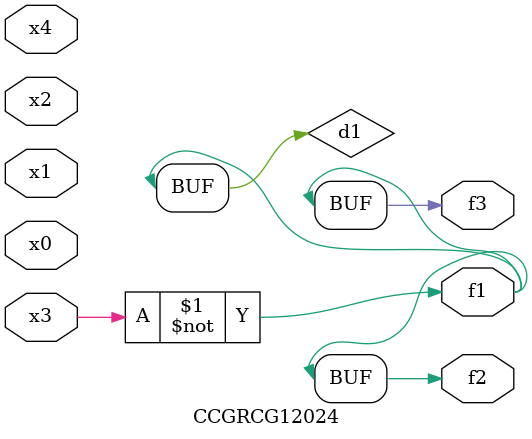
<source format=v>
module CCGRCG12024(
	input x0, x1, x2, x3, x4,
	output f1, f2, f3
);

	wire d1, d2;

	xnor (d1, x3);
	not (d2, x1);
	assign f1 = d1;
	assign f2 = d1;
	assign f3 = d1;
endmodule

</source>
